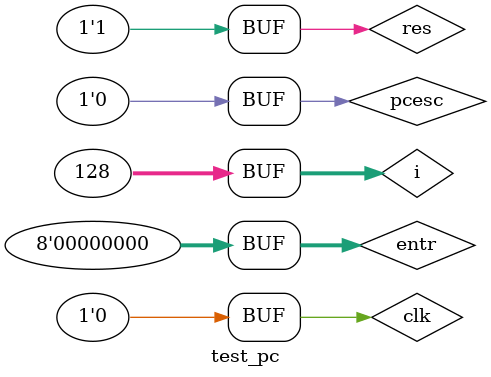
<source format=v>
/*
	CEFET-MG
	Disciplina de Laboratório de Arquitetura e Organização de Computadores
	Data: 10/08/2021
	Aluno: Fernando Veizaga
	Matricula: 20203001902
*/

module pc (Entrada, reset, clock, PCEsc, Saida);
	input [7:0] Entrada;
	input reset, clock, PCEsc;

	output reg [7:0] Saida;
/*
	initial begin
		Saida = 8'b10000000;
	end
*/	
	always @ (posedge clock)
	begin
		if((PCEsc>=1'b1) && ((Entrada >= 8'b10000000) && (Entrada <= 8'b11111111)))
		begin
			Saida = Entrada;
		end

		if(reset==1'b1)
		begin
			Saida = 8'b10000000;
		end
	end

endmodule

module test_pc;

	reg [7:0] entr;
	reg res, clk, pcesc;
	wire [7:0] saida;
	
	always begin
		clk = 0;
		#1 clk = 1;
		#1 clk = 0;
	end
	
	integer i;
	initial begin
		entr = 8'b10000000;
		res = 0;
		pcesc = 1;
		for(i = 0; i < 128; i = i+1)
		begin
			#1 entr = entr + 1;
		end
		#1 pcesc = 0;
		#5 res = 1; 
	end
	
	initial begin
 		$monitor("Time=%0d entr=%b res=%b pcesc=%b clk=%b saida=%b",$time, entr, res, pcesc, clk, saida);
 	end
	
	pc mod1(entr, res, clk, pcesc, saida);

endmodule


</source>
